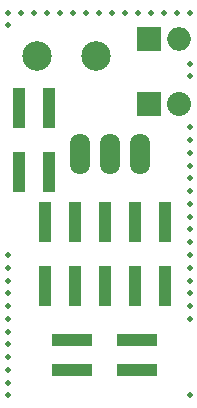
<source format=gbs>
G04 #@! TF.FileFunction,Soldermask,Bot*
%FSLAX46Y46*%
G04 Gerber Fmt 4.6, Leading zero omitted, Abs format (unit mm)*
G04 Created by KiCad (PCBNEW 4.0.2-stable) date 16.05.2016 20:42:00*
%MOMM*%
G01*
G04 APERTURE LIST*
%ADD10C,0.100000*%
%ADD11C,0.500000*%
%ADD12R,2.032000X2.032000*%
%ADD13O,2.032000X2.032000*%
%ADD14C,2.500000*%
%ADD15O,1.699260X3.500120*%
%ADD16R,3.450000X1.020000*%
%ADD17R,1.020000X3.450000*%
%ADD18O,1.998980X1.998980*%
%ADD19R,1.998980X1.998980*%
G04 APERTURE END LIST*
D10*
D11*
X157200000Y-124720000D03*
X157200000Y-131200000D03*
X157200000Y-123640000D03*
X157200000Y-122560000D03*
X157200000Y-121480000D03*
X157200000Y-120400000D03*
X157200000Y-119320000D03*
X157200000Y-118240000D03*
X157200000Y-117160000D03*
X157200000Y-116080000D03*
X157200000Y-115000000D03*
X157200000Y-113920000D03*
X157200000Y-112840000D03*
X157200000Y-111760000D03*
X157200000Y-110680000D03*
X157200000Y-109600000D03*
X157200000Y-108520000D03*
X157200000Y-104200000D03*
X157200000Y-103120000D03*
X141800000Y-131200000D03*
X141800000Y-130120000D03*
X141800000Y-129040000D03*
X141800000Y-127960000D03*
X141800000Y-126880000D03*
X141800000Y-125800000D03*
X141800000Y-124720000D03*
X141800000Y-123640000D03*
X141800000Y-122560000D03*
X141800000Y-121480000D03*
X141800000Y-120400000D03*
X141800000Y-119320000D03*
X141800000Y-99880000D03*
X157200000Y-98800000D03*
X156100000Y-98800000D03*
X155000000Y-98800000D03*
X153900000Y-98800000D03*
X152800000Y-98800000D03*
X151700000Y-98800000D03*
X150600000Y-98800000D03*
X149500000Y-98800000D03*
X148400000Y-98800000D03*
X147300000Y-98800000D03*
X146200000Y-98800000D03*
X145100000Y-98800000D03*
X144000000Y-98800000D03*
X142900000Y-98800000D03*
D12*
X153750000Y-106500000D03*
D13*
X156290000Y-106500000D03*
D14*
X149250000Y-102500000D03*
X144250000Y-102500000D03*
D15*
X150500000Y-110750000D03*
X153040000Y-110750000D03*
X147960000Y-110750000D03*
D11*
X141800000Y-98800000D03*
D16*
X147275000Y-129020000D03*
X152725000Y-129020000D03*
X147275000Y-126480000D03*
X152725000Y-126480000D03*
D17*
X152540000Y-121975000D03*
X152540000Y-116525000D03*
X150000000Y-121975000D03*
X150000000Y-116525000D03*
X144920000Y-116525000D03*
X144920000Y-121975000D03*
X147460000Y-116525000D03*
X147460000Y-121975000D03*
X155080000Y-121975000D03*
X155080000Y-116525000D03*
D18*
X156270000Y-101000000D03*
D19*
X153730000Y-101000000D03*
D17*
X142730000Y-106875000D03*
X142730000Y-112325000D03*
X145270000Y-106875000D03*
X145270000Y-112325000D03*
M02*

</source>
